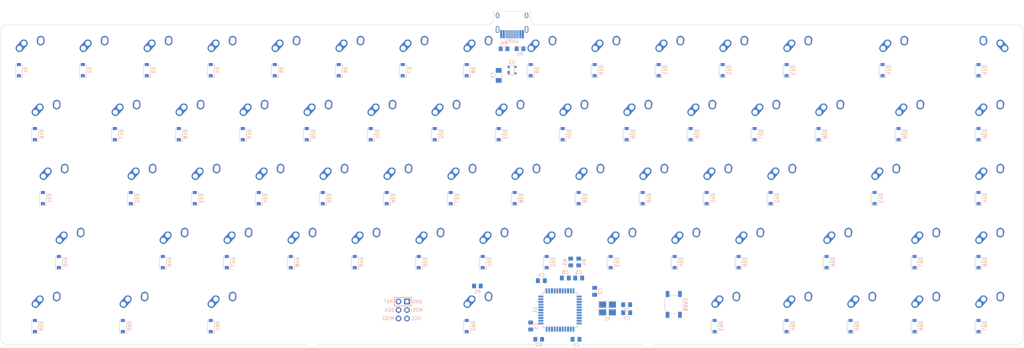
<source format=kicad_pcb>
(kicad_pcb (version 20211014) (generator pcbnew)
  (layers (0 "F.Cu" signal) (31 "B.Cu" signal) (34 "B.Paste" user) (35 "F.Paste" user) (36 "B.SilkS" user "B.Silkscreen") (37 "F.SilkS" user "F.Silkscreen") (38 "B.Mask" user) (39 "F.Mask" user) (44 "Edge.Cuts" user))
  (net 0 "")
  (net 1 "+5V")
  (net 2 "GND")
  (net 3 "XTAL1")
  (net 4 "XTAL2")
  (net 5 "Net-(C8-Pad1)")
  (net 6 "ROW0")
  (net 7 "Net-(D1-Pad2)")
  (net 8 "Net-(D2-Pad2)")
  (net 9 "Net-(D3-Pad2)")
  (net 10 "Net-(D4-Pad2)")
  (net 11 "Net-(D5-Pad2)")
  (net 12 "Net-(D6-Pad2)")
  (net 13 "Net-(D7-Pad2)")
  (net 14 "Net-(D8-Pad2)")
  (net 15 "Net-(D9-Pad2)")
  (net 16 "Net-(D10-Pad2)")
  (net 17 "Net-(D11-Pad2)")
  (net 18 "Net-(D12-Pad2)")
  (net 19 "Net-(D13-Pad2)")
  (net 20 "Net-(D14-Pad2)")
  (net 21 "Net-(D15-Pad2)")
  (net 22 "ROW1")
  (net 23 "Net-(D16-Pad2)")
  (net 24 "Net-(D17-Pad2)")
  (net 25 "Net-(D18-Pad2)")
  (net 26 "Net-(D19-Pad2)")
  (net 27 "Net-(D20-Pad2)")
  (net 28 "Net-(D21-Pad2)")
  (net 29 "Net-(D22-Pad2)")
  (net 30 "Net-(D23-Pad2)")
  (net 31 "Net-(D24-Pad2)")
  (net 32 "Net-(D25-Pad2)")
  (net 33 "Net-(D26-Pad2)")
  (net 34 "Net-(D27-Pad2)")
  (net 35 "Net-(D28-Pad2)")
  (net 36 "Net-(D29-Pad2)")
  (net 37 "Net-(D30-Pad2)")
  (net 38 "ROW2")
  (net 39 "Net-(D31-Pad2)")
  (net 40 "Net-(D32-Pad2)")
  (net 41 "Net-(D33-Pad2)")
  (net 42 "Net-(D34-Pad2)")
  (net 43 "Net-(D35-Pad2)")
  (net 44 "Net-(D36-Pad2)")
  (net 45 "Net-(D37-Pad2)")
  (net 46 "Net-(D38-Pad2)")
  (net 47 "Net-(D39-Pad2)")
  (net 48 "Net-(D40-Pad2)")
  (net 49 "Net-(D41-Pad2)")
  (net 50 "Net-(D42-Pad2)")
  (net 51 "Net-(D43-Pad2)")
  (net 52 "Net-(D44-Pad2)")
  (net 53 "ROW3")
  (net 54 "Net-(D45-Pad2)")
  (net 55 "Net-(D46-Pad2)")
  (net 56 "Net-(D47-Pad2)")
  (net 57 "Net-(D48-Pad2)")
  (net 58 "Net-(D49-Pad2)")
  (net 59 "Net-(D50-Pad2)")
  (net 60 "Net-(D51-Pad2)")
  (net 61 "Net-(D52-Pad2)")
  (net 62 "Net-(D53-Pad2)")
  (net 63 "Net-(D54-Pad2)")
  (net 64 "Net-(D55-Pad2)")
  (net 65 "Net-(D56-Pad2)")
  (net 66 "Net-(D57-Pad2)")
  (net 67 "Net-(D58-Pad2)")
  (net 68 "ROW4")
  (net 69 "Net-(D59-Pad2)")
  (net 70 "Net-(D60-Pad2)")
  (net 71 "Net-(D61-Pad2)")
  (net 72 "Net-(D62-Pad2)")
  (net 73 "Net-(D63-Pad2)")
  (net 74 "Net-(D64-Pad2)")
  (net 75 "Net-(D65-Pad2)")
  (net 76 "Net-(D66-Pad2)")
  (net 77 "Net-(D67-Pad2)")
  (net 78 "VCC")
  (net 79 "MISO")
  (net 80 "SCK")
  (net 81 "MOSI")
  (net 82 "RESET")
  (net 83 "Net-(R2-Pad2)")
  (net 84 "Net-(R3-Pad1)")
  (net 85 "D-")
  (net 86 "Net-(R4-Pad1)")
  (net 87 "D+")
  (net 88 "Net-(R5-Pad1)")
  (net 89 "Net-(R6-Pad1)")
  (net 90 "COL0")
  (net 91 "COL1")
  (net 92 "COL2")
  (net 93 "COL3")
  (net 94 "COL4")
  (net 95 "COL5")
  (net 96 "COL6")
  (net 97 "COL7")
  (net 98 "COL8")
  (net 99 "COL9")
  (net 100 "COL10")
  (net 101 "COL11")
  (net 102 "COL12")
  (net 103 "COL13")
  (net 104 "COL14")
  (footprint "MX_Alps_Hybrid:MX-1U-NoLED" (layer "F.Cu") (at 224.63125 136.525)
    (fp_text reference "SW53")
    (fp_text value ",<")
  )
  (footprint "MX_Alps_Hybrid:MX-1U-NoLED" (layer "F.Cu") (at 296.06875 155.575)
    (fp_text reference "SW65")
    (fp_text value "LEFT")
  )
  (footprint "MX_Alps_Hybrid:MX-1U-NoLED" (layer "F.Cu") (at 100.80625 117.475)
    (fp_text reference "SW33")
    (fp_text value "S")
  )
  (footprint "MX_Alps_Hybrid:MX-1U-NoLED" (layer "F.Cu") (at 205.58125 136.525)
    (fp_text reference "SW52")
    (fp_text value "M")
  )
  (footprint "MX_Alps_Hybrid:MX-1U-NoLED" (layer "F.Cu") (at 277.01875 155.575)
    (fp_text reference "SW64")
    (fp_text value "0")
  )
  (footprint "MX_Alps_Hybrid:MX-6.5U-NoLED" (layer "F.Cu") (at 181.76875 155.575)
    (fp_text reference "SW62")
    (fp_text value "SPAC")
  )
  (footprint "MX_Alps_Hybrid:MX-1U-NoLED" (layer "F.Cu") (at 262.73125 136.525)
    (fp_text reference "SW55")
    (fp_text value "/?")
  )
  (footprint "MX_Alps_Hybrid:MX-1U-NoLED" (layer "F.Cu") (at 167.48125 136.525)
    (fp_text reference "SW50")
    (fp_text value "B")
  )
  (footprint "MX_Alps_Hybrid:MX-1U-NoLED" (layer "F.Cu") (at 148.43125 136.525)
    (fp_text reference "SW49")
    (fp_text value "V")
  )
  (footprint "MX_Alps_Hybrid:MX-1U-NoLED" (layer "F.Cu") (at 243.68125 136.525)
    (fp_text reference "SW54")
    (fp_text value ".>")
  )
  (footprint "MX_Alps_Hybrid:MX-1U-NoLED" (layer "F.Cu") (at 272.25625 117.475)
    (fp_text reference "SW42")
    (fp_text value "'\"")
  )
  (footprint "MX_Alps_Hybrid:MX-1U-NoLED" (layer "F.Cu") (at 81.75625 117.475)
    (fp_text reference "SW32")
    (fp_text value "A")
  )
  (footprint "MX_Alps_Hybrid:MX-1U-NoLED" (layer "F.Cu") (at 157.95625 117.475)
    (fp_text reference "SW36")
    (fp_text value "G")
  )
  (footprint "MX_Alps_Hybrid:MX-1U-NoLED" (layer "F.Cu") (at 334.16875 98.425)
    (fp_text reference "SW30")
    (fp_text value "PGDN")
  )
  (footprint "MX_Alps_Hybrid:MX-1.75U-NoLED" (layer "F.Cu") (at 288.925 136.525)
    (fp_text reference "SW56")
    (fp_text value "SHFT")
  )
  (footprint "MX_Alps_Hybrid:MX-1.5U-NoLED" (layer "F.Cu") (at 53.18125 98.425)
    (fp_text reference "SW16")
    (fp_text value "TAB")
  )
  (footprint "MX_Alps_Hybrid:MX-1U-NoLED" (layer "F.Cu") (at 96.04375 98.425)
    (fp_text reference "SW18")
    (fp_text value "W")
  )
  (footprint "MX_Alps_Hybrid:MX-1U-NoLED" (layer "F.Cu") (at 129.38125 136.525)
    (fp_text reference "SW48")
    (fp_text value "C")
  )
  (footprint "MX_Alps_Hybrid:MX-1U-NoLED" (layer "F.Cu") (at 134.14375 98.425)
    (fp_text reference "SW20")
    (fp_text value "R")
  )
  (footprint "MX_Alps_Hybrid:MX-1U-NoLED" (layer "F.Cu") (at 234.15625 117.475)
    (fp_text reference "SW40")
    (fp_text value "L")
  )
  (footprint "MX_Alps_Hybrid:MX-1U-NoLED" (layer "F.Cu") (at 124.61875 79.375)
    (fp_text reference "SW5")
    (fp_text value "#4")
  )
  (footprint "MX_Alps_Hybrid:MX-1U-NoLED" (layer "F.Cu") (at 286.54375 98.425)
    (fp_text reference "SW28")
    (fp_text value "]}")
  )
  (footprint "MX_Alps_Hybrid:MX-1U-NoLED" (layer "F.Cu") (at 162.71875 79.375)
    (fp_text reference "SW7")
    (fp_text value "#6")
  )
  (footprint "MX_Alps_Hybrid:MX-1U-NoLED" (layer "F.Cu") (at 119.85625 117.475)
    (fp_text reference "SW34")
    (fp_text value "D")
  )
  (footprint "MX_Alps_Hybrid:MX-1U-NoLED" (layer "F.Cu") (at 143.66875 79.375)
    (fp_text reference "SW6")
    (fp_text value "#5")
  )
  (footprint "MX_Alps_Hybrid:MX-1U-NoLED" (layer "F.Cu") (at 229.39375 98.425)
    (fp_text reference "SW25")
    (fp_text value "O")
  )
  (footprint "MX_Alps_Hybrid:MX-1.25U-NoLED" (layer "F.Cu") (at 255.5875 155.575)
    (fp_text reference "SW63")
    (fp_text value "ALT")
  )
  (footprint "MX_Alps_Hybrid:MX-1U-NoLED" (layer "F.Cu") (at 105.56875 79.375)
    (fp_text reference "SW4")
    (fp_text value "#3")
  )
  (footprint "MX_Alps_Hybrid:MX-1U-NoLED" (layer "F.Cu") (at 257.96875 79.375)
    (fp_text reference "SW12")
    (fp_text value "-_")
  )
  (footprint "MX_Alps_Hybrid:MX-2.25U-NoLED" (layer "F.Cu") (at 60.325 136.525)
    (fp_text reference "SW45")
    (fp_text value "SHFT")
  )
  (footprint "MX_Alps_Hybrid:MX-1U-NoLED" (layer "F.Cu") (at 334.16875 155.575)
    (fp_text reference "SW67")
    (fp_text value "RGHT")
  )
  (footprint "MX_Alps_Hybrid:MX-1U-NoLED" (layer "F.Cu") (at 267.49375 98.425)
    (fp_text reference "SW27")
    (fp_text value "[{")
  )
  (footprint "MX_Alps_Hybrid:MX-1U-NoLED" (layer "F.Cu") (at 277.01875 79.375)
    (fp_text reference "SW13")
    (fp_text value "=+")
  )
  (footprint "MX_Alps_Hybrid:MX-1U-NoLED" (layer "F.Cu") (at 210.34375 98.425)
    (fp_text reference "SW24")
    (fp_text value "I")
  )
  (footprint "MX_Alps_Hybrid:MX-1U-NoLED" (layer "F.Cu") (at 253.20625 117.475)
    (fp_text reference "SW41")
    (fp_text value ";:")
  )
  (footprint "MX_Alps_Hybrid:MX-1U-NoLED" (layer "F.Cu") (at 177.00625 117.475)
    (fp_text reference "SW37")
    (fp_text value "H")
  )
  (footprint "MX_Alps_Hybrid:MX-1U-NoLED" (layer "F.Cu") (at 315.11875 155.575)
    (fp_text reference "SW66")
    (fp_text value "DOWN")
  )
  (footprint "MX_Alps_Hybrid:MX-1U-NoLED" (layer "F.Cu") (at 191.29375 98.425)
    (fp_text reference "SW23")
    (fp_text value "U")
  )
  (footprint "MX_Alps_Hybrid:MX-1U-NoLED" (layer "F.Cu") (at 172.24375 98.425)
    (fp_text reference "SW22")
    (fp_text value "Y")
  )
  (footprint "MX_Alps_Hybrid:MX-1U-NoLED" (layer "F.Cu") (at 76.99375 98.425)
    (fp_text reference "SW17")
    (fp_text value "Q")
  )
  (footprint "MX_Alps_Hybrid:MX-1U-NoLED" (layer "F.Cu") (at 186.53125 136.525)
    (fp_text reference "SW51")
    (fp_text value "N")
  )
  (footprint "MX_Alps_Hybrid:MX-1U-NoLED" (layer "F.Cu") (at 200.81875 79.375)
    (fp_text reference "SW9")
    (fp_text value "#8")
  )
  (footprint "MX_Alps_Hybrid:MX-1U-NoLED" (layer "F.Cu") (at 238.91875 79.375)
    (fp_text reference "SW11")
    (fp_text value "#0")
  )
  (footprint "MX_Alps_Hybrid:MX-1U-NoLED" (layer "F.Cu") (at 91.28125 136.525)
    (fp_text reference "SW46")
    (fp_text value "Z")
  )
  (footprint "MX_Alps_Hybrid:MX-1U-NoLED" (layer "F.Cu") (at 181.76875 79.375)
    (fp_text reference "SW8")
    (fp_text value "#7")
  )
  (footprint "MX_Alps_Hybrid:MX-2.25U-NoLED" (layer "F.Cu") (at 303.2125 117.475)
    (fp_text reference "SW43")
    (fp_text value "ENTR")
  )
  (footprint "MX_Alps_Hybrid:MX-1.5U-NoLED" (layer "F.Cu") (at 310.35625 98.425)
    (fp_text reference "SW29")
    (fp_text value "\\|")
  )
  (footprint "MX_Alps_Hybrid:MX-1U-NoLED" (layer "F.Cu") (at 315.11875 136.525)
    (fp_text reference "SW57")
    (fp_text value "UP")
  )
  (footprint "MX_Alps_Hybrid:MX-1U-NoLED" (layer "F.Cu") (at 334.16875 136.525)
    (fp_text reference "SW58")
    (fp_text value "DELT")
  )
  (footprint "MX_Alps_Hybrid:MX-1U-NoLED" (layer "F.Cu") (at 67.46875 79.375)
    (fp_text reference "SW2")
    (fp_text value "#1")
  )
  (footprint "MX_Alps_Hybrid:MX-1.25U-NoLED" (layer "F.Cu") (at 79.375 155.575)
    (fp_text reference "SW60")
    (fp_text value "ALT")
  )
  (footprint "MX_Alps_Hybrid:MX-1.5U-NoLED" (layer "F.Cu") (at 53.18125 155.575)
    (fp_text reference "SW59")
    (fp_text value "CTRL")
  )
  (footprint "MX_Alps_Hybrid:MX-1U-NoLED" (layer "F.Cu") (at 138.90625 117.475)
    (fp_text reference "SW35")
    (fp_text value "F")
  )
  (footprint "MX_Alps_Hybrid:MX-2U-NoLED" (layer "F.Cu") (at 305.59375 79.375)
    (fp_text reference "SW14")
    (fp_text value "BSPC")
  )
  (footprint "MX_Alps_Hybrid:MX-1U-NoLED" (layer "F.Cu") (at 196.05625 117.475)
    (fp_text reference "SW38")
    (fp_text value "J")
  )
  (footprint "MX_Alps_Hybrid:MX-1U-NoLED" (layer "F.Cu") (at 110.33125 136.525)
    (fp_text reference "SW47")
    (fp_text value "X")
  )
  (footprint "MX_Alps_Hybrid:MX-1U-NoLED" (layer "F.Cu") (at 86.51875 79.375)
    (fp_text reference "SW3")
    (fp_text value "#2")
  )
  (footprint "MX_Alps_Hybrid:MX-1U-NoLED" (layer "F.Cu") (at 48.41875 79.375)
    (fp_text reference "SW1")
    (fp_text value "GRV")
  )
  (footprint "MX_Alps_Hybrid:MX-1.75U-NoLED" (layer "F.Cu") (at 55.5625 117.475)
    (fp_text reference "SW31")
    (fp_text value "CPLK")
  )
  (footprint "MX_Alps_Hybrid:MX-1U-NoLED" (layer "F.Cu") (at 153.19375 98.425)
    (fp_text reference "SW21")
    (fp_text value "T")
  )
  (footprint "MX_Alps_Hybrid:MX-1U-NoLED" (layer "F.Cu") (at 248.44375 98.425)
    (fp_text reference "SW26")
    (fp_text value "P")
  )
  (footprint "MX_Alps_Hybrid:MX-1U-NoLED" (layer "F.Cu") (at 115.09375 98.425)
    (fp_text reference "SW19")
    (fp_text value "E")
  )
  (footprint "MX_Alps_Hybrid:MX-1U-NoLED" (layer "F.Cu") (at 215.10625 117.475)
    (fp_text reference "SW39")
    (fp_text value "K")
  )
  (footprint "MX_Alps_Hybrid:MX-1U-NoLED" (layer "F.Cu") (at 334.16875 117.475)
    (fp_text reference "SW44")
    (fp_text value "INSR")
  )
  (footprint "MX_Alps_Hybrid:MX-1U-NoLED" (layer "F.Cu") (at 219.86875 79.375)
    (fp_text reference "SW10")
    (fp_text value "#9")
  )
  (footprint "MX_Alps_Hybrid:MX-1.5U-NoLED" (layer "F.Cu") (at 105.56875 155.575)
    (fp_text reference "SW61")
    (fp_text value "COMD")
  )
  (footprint "Diode_SMD:D_SOD-123" (layer "B.Cu") (at 125.4125 140.49375 90)
    (fp_text reference "D48")
    (fp_text value "C")
  )
  (footprint "Diode_SMD:D_SOD-123" (layer "B.Cu") (at 92.075 102.39375 90)
    (fp_text reference "D18")
    (fp_text value "W")
  )
  (footprint "Resistor_SMD:R_0805_2012Metric_Pad1.20x1.40mm_HandSolder" (layer "B.Cu") (at 193.675 76.99375)
    (fp_text reference "R5")
    (fp_text value "5.1k")
  )
  (footprint "Diode_SMD:D_SOD-123" (layer "B.Cu") (at 96.8375 121.44375 90)
    (fp_text reference "D33")
    (fp_text value "S")
  )
  (footprint "Diode_SMD:D_SOD-123" (layer "B.Cu") (at 115.8875 121.44375 90)
    (fp_text reference "D34")
    (fp_text value "D")
  )
  (footprint "Resistor_SMD:R_0805_2012Metric_Pad1.20x1.40mm_HandSolder" (layer "B.Cu") (at 180.975 147.6375)
    (fp_text reference "R1")
    (fp_text value "10k")
  )
  (footprint "Diode_SMD:D_SOD-123" (layer "B.Cu") (at 73.025 102.39375 90)
    (fp_text reference "D17")
    (fp_text value "Q")
  )
  (footprint "Diode_SMD:D_SOD-123" (layer "B.Cu") (at 187.325 102.39375 90)
    (fp_text reference "D23")
    (fp_text value "U")
  )
  (footprint "Diode_SMD:D_SOD-123" (layer "B.Cu") (at 330.2 121.44375 90)
    (fp_text reference "D44")
    (fp_text value "INRT")
  )
  (footprint "Button_Switch_SMD:SW_SPST_SKQG_WithStem" (layer "B.Cu") (at 239.45 153.11875 90)
    (fp_text reference "SW68")
    (fp_text value "SW_Push")
  )
  (footprint "Diode_SMD:D_SOD-123" (layer "B.Cu") (at 153.9875 121.44375 90)
    (fp_text reference "D36")
    (fp_text value "G")
  )
  (footprint "Capacitor_SMD:C_0805_2012Metric_Pad1.18x1.45mm_HandSolder" (layer "B.Cu") (at 211.1375 145.25625 180)
    (fp_text reference "C5")
    (fp_text value "10uF")
  )
  (footprint "Diode_SMD:D_SOD-123" (layer "B.Cu") (at 211.1375 121.44375 90)
    (fp_text reference "D39")
    (fp_text value "K")
  )
  (footprint "Diode_SMD:D_SOD-123" (layer "B.Cu") (at 330.2 102.39375 90)
    (fp_text reference "D30")
    (fp_text value "PGDN")
  )
  (footprint "Diode_SMD:D_SOD-123" (layer "B.Cu") (at 49.2125 159.54375 90)
    (fp_text reference "D59")
    (fp_text value "CTRL")
  )
  (footprint "Diode_SMD:D_SOD-123" (layer "B.Cu") (at 177.8 159.54375 90)
    (fp_text reference "D62")
    (fp_text value "SPAC")
  )
  (footprint "Capacitor_SMD:C_0805_2012Metric_Pad1.18x1.45mm_HandSolder" (layer "B.Cu") (at 196.85 159.54375 90)
    (fp_text reference "C3")
    (fp_text value "0.1uF")
  )
  (footprint "Capacitor_SMD:C_0805_2012Metric_Pad1.18x1.45mm_HandSolder" (layer "B.Cu") (at 200.025 146.05 180)
    (fp_text reference "C4")
    (fp_text value "0.1uF")
  )
  (footprint "Diode_SMD:D_SOD-123" (layer "B.Cu") (at 44.45 83.34375 90)
    (fp_text reference "D1")
    (fp_text value "GRV")
  )
  (footprint "Diode_SMD:D_SOD-123" (layer "B.Cu") (at 106.3625 140.49375 90)
    (fp_text reference "D47")
    (fp_text value "X")
  )
  (footprint "Resistor_SMD:R_0805_2012Metric_Pad1.20x1.40mm_HandSolder" (layer "B.Cu") (at 208.75625 140.49375 -90)
    (fp_text reference "R3")
    (fp_text value "22")
  )
  (footprint "Diode_SMD:D_SOD-123" (layer "B.Cu") (at 77.7875 121.44375 90)
    (fp_text reference "D32")
    (fp_text value "A")
  )
  (footprint "Diode_SMD:D_SOD-123" (layer "B.Cu") (at 206.375 102.39375 90)
    (fp_text reference "D24")
    (fp_text value "I")
  )
  (footprint "Diode_SMD:D_SOD-123" (layer "B.Cu") (at 101.6 159.54375 90)
    (fp_text reference "D61")
    (fp_text value "CMND")
  )
  (footprint "Diode_SMD:D_SOD-123" (layer "B.Cu") (at 273.05 83.34375 90)
    (fp_text reference "D13")
    (fp_text value "=+")
  )
  (footprint "Diode_SMD:D_SOD-123" (layer "B.Cu") (at 182.5625 140.49375 90)
    (fp_text reference "D51")
    (fp_text value "N")
  )
  (footprint "Diode_SMD:D_SOD-123" (layer "B.Cu") (at 130.175 102.39375 90)
    (fp_text reference "D20")
    (fp_text value "R")
  )
  (footprint "Diode_SMD:D_SOD-123" (layer "B.Cu") (at 330.2 159.54375 90)
    (fp_text reference "D67")
    (fp_text value "RGHT")
  )
  (footprint "Capacitor_SMD:C_0805_2012Metric_Pad1.18x1.45mm_HandSolder" (layer "B.Cu") (at 207.16875 145.25625 180)
    (fp_text reference "C8")
    (fp_text value "1uF")
  )
  (footprint "Diode_SMD:D_SOD-123" (layer "B.Cu") (at 82.55 83.34375 90)
    (fp_text reference "D3")
    (fp_text value "#2")
  )
  (footprint "Diode_SMD:D_SOD-123" (layer "B.Cu") (at 87.3125 140.49375 90)
    (fp_text reference "D46")
    (fp_text value "Z")
  )
  (footprint "Diode_SMD:D_SOD-123" (layer "B.Cu") (at 284.95625 140.49375 90)
    (fp_text reference "D56")
    (fp_text value "SHFT")
  )
  (footprint "Package_QFP:TQFP-44_10x10mm_P0.8mm" (layer "B.Cu") (at 205.58125 154.78125 -90)
    (fp_text reference "U1")
    (fp_text value "ATmega32U4-A")
  )
  (footprint "Diode_SMD:D_SOD-123" (layer "B.Cu") (at 173.0375 121.44375 90)
    (fp_text reference "D37")
    (fp_text value "H")
  )
  (footprint "Capacitor_SMD:C_0805_2012Metric_Pad1.18x1.45mm_HandSolder" (layer "B.Cu") (at 215.9 149.225 90)
    (fp_text reference "C2")
    (fp_text value "0.1uF")
  )
  (footprint "Diode_SMD:D_SOD-123" (layer "B.Cu") (at 149.225 102.39375 90)
    (fp_text reference "D21")
    (fp_text value "T")
  )
  (footprint "Diode_SMD:D_SOD-123" (layer "B.Cu") (at 168.275 102.39375 90)
    (fp_text reference "D22")
    (fp_text value "Y")
  )
  (footprint "Diode_SMD:D_SOD-123" (layer "B.Cu") (at 225.425 102.39375 90)
    (fp_text reference "D25")
    (fp_text value "O")
  )
  (footprint "Diode_SMD:D_SOD-123" (layer "B.Cu") (at 177.8 83.34375 90)
    (fp_text reference "D8")
    (fp_text value "#7")
  )
  (footprint "Diode_SMD:D_SOD-123" (layer "B.Cu") (at 139.7 83.34375 90)
    (fp_text reference "D6")
    (fp_text value "#5")
  )
  (footprint "Diode_SMD:D_SOD-123" (layer "B.Cu") (at 311.15 159.54375 90)
    (fp_text reference "D66")
    (fp_text value "DOWN")
  )
  (footprint "Diode_SMD:D_SOD-123" (layer "B.Cu") (at 49.2125 102.39375 90)
    (fp_text reference "D16")
    (fp_text value "TAB")
  )
  (footprint "Diode_SMD:D_SOD-123" (layer "B.Cu") (at 249.2375 121.44375 90)
    (fp_text reference "D41")
    (fp_text value ";:")
  )
  (footprint "Diode_SMD:D_SOD-123" (layer "B.Cu") (at 158.75 83.34375 90)
    (fp_text reference "D7")
    (fp_text value "#6")
  )
  (footprint "random-keyboard-parts:SOT143B" (layer "B.Cu") (at 191.29375 83.34375)
    (fp_text reference "U2")
    (fp_text value "PRTR5V0U2X")
  )
  (footprint "Diode_SMD:D_SOD-123" (layer "B.Cu") (at 196.85 83.34375 90)
    (fp_text reference "D9")
    (fp_text value "#8")
  )
  (footprint "MX_Alps_Hybrid:MX-1U-NoLED" (layer "B.Cu") (at 334.16875 79.375 180)
    (fp_text reference "SW15")
    (fp_text value "PGUP")
  )
  (footprint "Diode_SMD:D_SOD-123" (layer "B.Cu") (at 254 83.34375 90)
    (fp_text reference "D12")
    (fp_text value "-_")
  )
  (footprint "Diode_SMD:D_SOD-123" (layer "B.Cu") (at 63.5 83.34375 90)
    (fp_text reference "D2")
    (fp_text value "#1")
  )
  (footprint "Diode_SMD:D_SOD-123" (layer "B.Cu") (at 292.1 159.54375 90)
    (fp_text reference "D65")
    (fp_text value "LEFT")
  )
  (footprint "Crystal:Crystal_SMD_3225-4Pin_3.2x2.5mm_HandSoldering" (layer "B.Cu") (at 219.73125 154.34375)
    (fp_text reference "Y1")
    (fp_text value "16MHz")
  )
  (footprint "Type-C:HRO-TYPE-C-31-M-12-HandSoldering" (layer "B.Cu") (at 191.29375 64.47125)
    (fp_text reference "USB1")
    (fp_text value "HRO-TYPE-C-31-M-12")
  )
  (footprint "Diode_SMD:D_SOD-123" (layer "B.Cu") (at 239.7125 140.49375 90)
    (fp_text reference "D54")
    (fp_text value ".>")
  )
  (footprint "Diode_SMD:D_SOD-123" (layer "B.Cu") (at 56.35625 140.49375 90)
    (fp_text reference "D45")
    (fp_text value "SHFT")
  )
  (footprint "Diode_SMD:D_SOD-123" (layer "B.Cu") (at 273.05 159.54375 90)
    (fp_text reference "D64")
    (fp_text value "0")
  )
  (footprint "Diode_SMD:D_SOD-123" (layer "B.Cu") (at 301.625 83.34375 90)
    (fp_text reference "D14")
    (fp_text value "BSPC")
  )
  (footprint "Diode_SMD:D_SOD-123" (layer "B.Cu") (at 306.3875 102.39375 90)
    (fp_text reference "D29")
    (fp_text value "\\|")
  )
  (footprint "random-keyboard-parts:Reset_Pretty-Mask" (layer "B.Cu") (at 158.75 154.78125)
    (fp_text reference "J1")
    (fp_text value "AVR-ISP-6")
  )
  (footprint "Capacitor_SMD:C_0805_2012Metric_Pad1.18x1.45mm_HandSolder" (layer "B.Cu") (at 225.425 153.19375)
    (fp_text reference "C6")
    (fp_text value "22pF")
  )
  (footprint "Resistor_SMD:R_0805_2012Metric_Pad1.20x1.40mm_HandSolder" (layer "B.Cu") (at 211.1375 140.49375 90)
    (fp_text reference "R4")
    (fp_text value "22")
  )
  (footprint "Diode_SMD:D_SOD-123" (layer "B.Cu") (at 201.6125 140.49375 90)
    (fp_text reference "D52")
    (fp_text value "M")
  )
  (footprint "Diode_SMD:D_SOD-123" (layer "B.Cu") (at 51.59375 121.44375 90)
    (fp_text reference "D31")
    (fp_text value "CPLK")
  )
  (footprint "Capacitor_SMD:C_0805_2012Metric_Pad1.18x1.45mm_HandSolder" (layer "B.Cu") (at 225.425 155.575)
    (fp_text reference "C7")
    (fp_text value "22pF")
  )
  (footprint "Diode_SMD:D_SOD-123" (layer "B.Cu") (at 120.65 83.34375 90)
    (fp_text reference "D5")
    (fp_text value "#4")
  )
  (footprint "Diode_SMD:D_SOD-123" (layer "B.Cu") (at 215.9 83.34375 90)
    (fp_text reference "D10")
    (fp_text value "#9")
  )
  (footprint "Diode_SMD:D_SOD-123" (layer "B.Cu") (at 134.9375 121.44375 90)
    (fp_text reference "D35")
    (fp_text value "F")
  )
  (footprint "Diode_SMD:D_SOD-123" (layer "B.Cu") (at 220.6625 140.49375 90)
    (fp_text reference "D53")
    (fp_text value ",<")
  )
  (footprint "Diode_SMD:D_SOD-123" (layer "B.Cu") (at 268.2875 121.44375 90)
    (fp_text reference "D42")
    (fp_text value "'\"")
  )
  (footprint "Diode_SMD:D_SOD-123" (layer "B.Cu") (at 101.6 83.34375 90)
    (fp_text reference "D4")
    (fp_text value "#3")
  )
  (footprint "Diode_SMD:D_SOD-123" (layer "B.Cu") (at 230.1875 121.44375 90)
    (fp_text reference "D40")
    (fp_text value "L")
  )
  (footprint "Diode_SMD:D_SOD-123" (layer "B.Cu") (at 263.525 102.39375 90)
    (fp_text reference "D27")
    (fp_text value "[{")
  )
  (footprint "Diode_SMD:D_SOD-123" (layer "B.Cu") (at 258.7625 140.49375 90)
    (fp_text reference "D55")
    (fp_text value "/?")
  )
  (footprint "Capacitor_SMD:C_0805_2012Metric_Pad1.18x1.45mm_HandSolder" (layer "B.Cu") (at 210.34375 163.5125)
    (fp_text reference "C1")
    (fp_text value "0.1uF")
  )
  (footprint "Diode_SMD:D_SOD-123" (layer "B.Cu") (at 111.125 102.39375 90)
    (fp_text reference "D19")
    (fp_text value "E")
  )
  (footprint "Diode_SMD:D_SOD-123" (layer "B.Cu") (at 163.5125 140.49375 90)
    (fp_text reference "D50")
    (fp_text value "B")
  )
  (footprint "Resistor_SMD:R_0805_2012Metric_Pad1.20x1.40mm_HandSolder" (layer "B.Cu") (at 188.9125 76.99375 180)
    (fp_text reference "R6")
    (fp_text value "5.1k")
  )
  (footprint "Fuse:Fuse_1206_3216Metric_Pad1.42x1.75mm_HandSolder" (layer "B.Cu") (at 187.325 84.93125 -90)
    (fp_text reference "F1")
    (fp_text value "500m")
  )
  (footprint "Diode_SMD:D_SOD-123" (layer "B.Cu") (at 282.575 102.39375 90)
    (fp_text reference "D28")
    (fp_text value "]}")
  )
  (footprint "Diode_SMD:D_SOD-123" (layer "B.Cu") (at 234.95 83.34375 90)
    (fp_text reference "D11")
    (fp_text value "#0")
  )
  (footprint "Diode_SMD:D_SOD-123" (layer "B.Cu") (at 330.2 83.34375 90)
    (fp_text reference "D15")
    (fp_text value "PGUP")
  )
  (footprint "Diode_SMD:D_SOD-123" (layer "B.Cu") (at 192.0875 121.44375 90)
    (fp_text reference "D38")
    (fp_text value "J")
  )
  (footprint "Diode_SMD:D_SOD-123" (layer "B.Cu") (at 244.475 102.39375 90)
    (fp_text reference "D26")
    (fp_text value "P")
  )
  (footprint "Diode_SMD:D_SOD-123" (layer "B.Cu") (at 330.2 140.49375 90)
    (fp_text reference "D58")
    (fp_text value "DELT")
  )
  (footprint "Diode_SMD:D_SOD-123" (layer "B.Cu") (at 251.61875 159.54375 90)
    (fp_text reference "D63")
    (fp_text value "ALT")
  )
  (footprint "Diode_SMD:D_SOD-123" (layer "B.Cu") (at 311.15 140.49375 90)
    (fp_text reference "D57")
    (fp_text value "UP")
  )
  (footprint "Resistor_SMD:R_0805_2012Metric_Pad1.20x1.40mm_HandSolder" (layer "B.Cu") (at 199.23125 163.5125)
    (fp_text reference "R2")
    (fp_text value "10k")
  )
  (footprint "Diode_SMD:D_SOD-123" (layer "B.Cu") (at 299.24375 121.44375 90)
    (fp_text reference "D43")
    (fp_text value "ENTR")
  )
  (footprint "Diode_SMD:D_SOD-123" (layer "B.Cu") (at 144.4625 140.49375 90)
    (fp_text reference "D49")
    (fp_text value "V")
  )
  (footprint "Diode_SMD:D_SOD-123" (layer "B.Cu") (at 75.40625 159.54375 90)
    (fp_text reference "D60")
    (fp_text value "ALT")
  )
  (gr_arc (start 343.69375 162.71875) (mid 342.996298 164.402548) (end 341.3125 165.1) (layer "Edge.Cuts") (width 0.1))
  (gr_line (start 185.7375 65.88125) (end 196.85 65.88125) (layer "Edge.Cuts") (width 0.1))
  (gr_line (start 41.275 165.1) (end 341.3125 165.1) (layer "Edge.Cuts") (width 0.1))
  (gr_line (start 185.7375 68.2625) (end 185.7375 65.88125) (layer "Edge.Cuts") (width 0.1))
  (gr_line (start 196.85 65.88125) (end 196.85 68.2625) (layer "Edge.Cuts") (width 0.1))
  (gr_line (start 198.4375 69.85) (end 341.3125 69.85) (layer "Edge.Cuts") (width 0.1))
  (gr_arc (start 38.89375 72.23125) (mid 39.591202 70.547452) (end 41.275 69.85) (layer "Edge.Cuts") (width 0.1))
  (gr_arc (start 341.3125 69.85) (mid 342.996298 70.547452) (end 343.69375 72.23125) (layer "Edge.Cuts") (width 0.1))
  (gr_line (start 184.15 69.85) (end 41.275 69.85) (layer "Edge.Cuts") (width 0.1))
  (gr_line (start 343.69375 72.23125) (end 343.69375 162.71875) (layer "Edge.Cuts") (width 0.1))
  (gr_arc (start 198.4375 69.85) (mid 197.314968 69.385032) (end 196.85 68.2625) (layer "Edge.Cuts") (width 0.1))
  (gr_arc (start 41.275 165.1) (mid 39.591202 164.402548) (end 38.89375 162.71875) (layer "Edge.Cuts") (width 0.1))
  (gr_arc (start 185.7375 68.2625) (mid 185.272532 69.385032) (end 184.15 69.85) (layer "Edge.Cuts") (width 0.1))
  (gr_line (start 38.89375 72.23125) (end 38.89375 162.71875) (layer "Edge.Cuts") (width 0.1))
)
</source>
